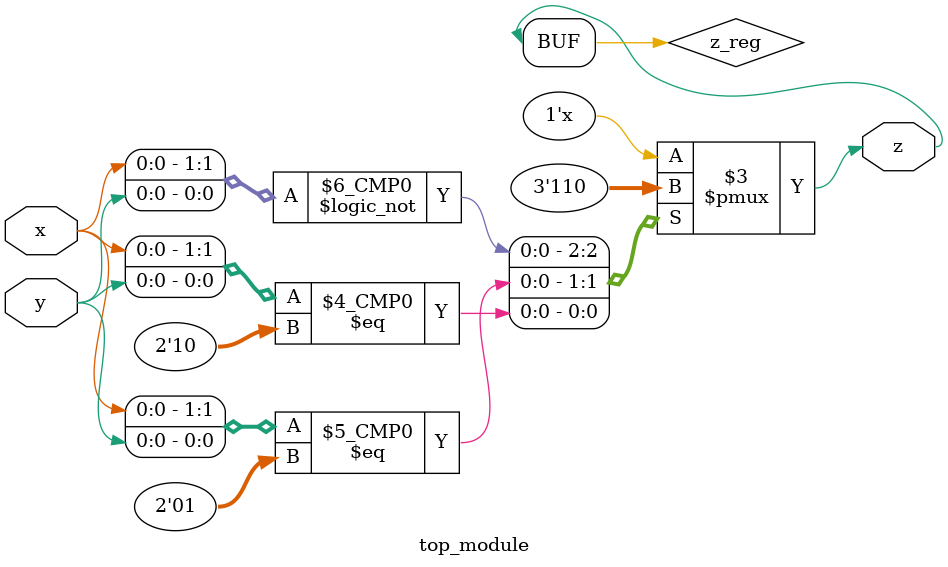
<source format=sv>
module top_module(
    input x,
    input y,
    output reg z);

    reg z_reg;

    always @(*)
    begin
        case({x, y})
            2'b00: z_reg <= 1'b1;
            2'b01: z_reg <= 1'b1;
            2'b10: z_reg <= 1'b0;
            2'b11: z_reg <= z_reg;
        endcase
    end

    assign z = z_reg;

endmodule

</source>
